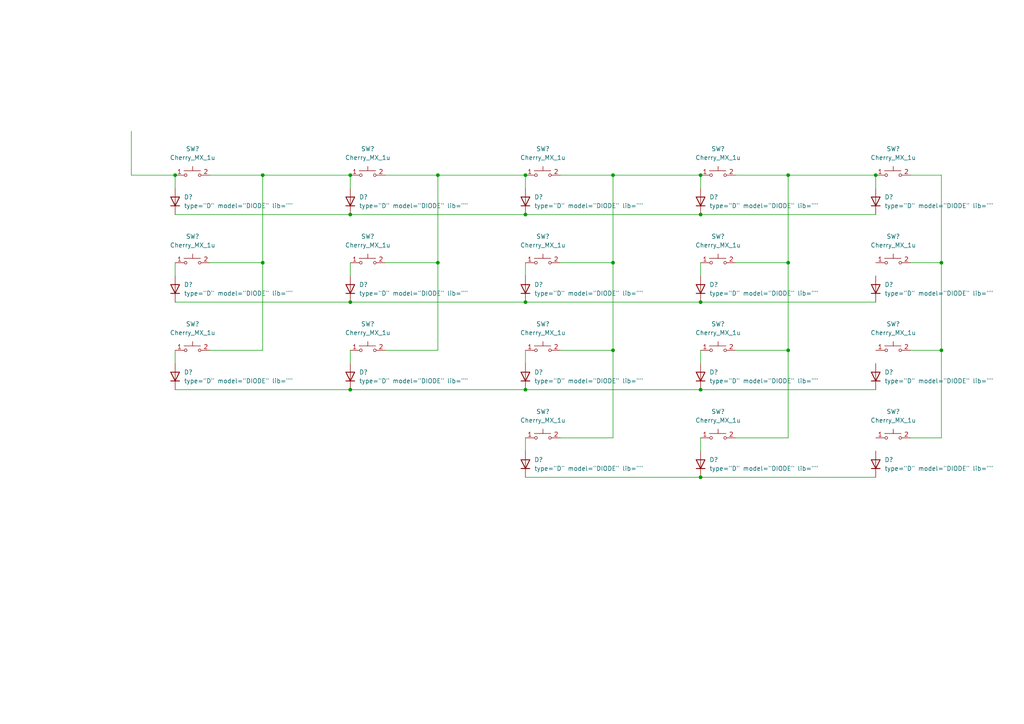
<source format=kicad_sch>
(kicad_sch (version 20211123) (generator eeschema)
  (paper "A4")
  (lib_symbols
    (symbol "Simulation_SPICE:DIODE" (pin_numbers hide) (pin_names (offset 1.016) hide)
      (property "Reference" "D" (at 0 2.54 0))
      (property "Value" "DIODE" (at 0 -2.54 0))
      (symbol "DIODE_0_1"
        (polyline (pts (xy 1.27 0) (xy -1.27 0)))
        (polyline (pts (xy 1.27 1.27) (xy 1.27 -1.27)) (stroke (width 0.254)))
        (polyline (pts (xy -1.27 -1.27) (xy -1.27 1.27) (xy 1.27 0) (xy -1.27 -1.27)) (stroke (width 0.254)))
      )
      (symbol "DIODE_1_1"
        (pin passive line (at -3.81 0 0) (length 2.54) (name "A") (number "1"))
        (pin passive line (at 3.81 0 180) (length 2.54) (name "K") (number "2"))
      )
    )
    (symbol "cherry_mx:Cherry_MX_1u"
      (property "Reference" "SW" (at 0 3.81 0))
      (property "Value" "Cherry_MX_1u" (at 0 -3.81 0))
      (symbol "Cherry_MX_1u_0_1"
        (circle (center -2.032 0) (radius 0.3885))
        (polyline (pts (xy -2.54 1.27) (xy 2.286 1.27)))
        (polyline (pts (xy 0 1.27) (xy 0 2.54)))
        (circle (center 2.032 0) (radius 0.381))
      )
      (symbol "Cherry_MX_1u_1_1"
        (pin passive line (at -5.08 0 0) (length 2.54) (name "") (number "1"))
        (pin passive line (at 5.08 0 180) (length 2.54) (name "") (number "2"))
      )
    )
  )
  (junction (at 273.05 101.6))
  (junction (at 101.6 113.03))
  (junction (at 228.6 50.8))
  (junction (at 101.6 50.8))
  (junction (at 228.6 101.6))
  (junction (at 273.05 76.2))
  (junction (at 203.2 50.8))
  (junction (at 152.4 62.23))
  (junction (at 152.4 113.03))
  (junction (at 50.8 50.8))
  (junction (at 203.2 87.63))
  (junction (at 127 76.2))
  (junction (at 101.6 62.23))
  (junction (at 203.2 113.03))
  (junction (at 203.2 62.23))
  (junction (at 177.8 101.6))
  (junction (at 177.8 50.8))
  (junction (at 152.4 50.8))
  (junction (at 228.6 76.2))
  (junction (at 152.4 87.63))
  (junction (at 76.2 50.8))
  (junction (at 76.2 76.2))
  (junction (at 203.2 138.43))
  (junction (at 254 50.8))
  (junction (at 127 50.8))
  (junction (at 101.6 87.63))
  (junction (at 177.8 76.2))
  (wire (pts (xy 50.8 50.8) (xy 38.1 50.8)))
  (wire (pts (xy 228.6 127) (xy 213.36 127)))
  (wire (pts (xy 101.6 76.2) (xy 101.6 80.01)))
  (wire (pts (xy 127 50.8) (xy 127 76.2)))
  (wire (pts (xy 177.8 101.6) (xy 162.56 101.6)))
  (wire (pts (xy 203.2 62.23) (xy 254 62.23)))
  (wire (pts (xy 203.2 87.63) (xy 254 87.63)))
  (wire (pts (xy 101.6 101.6) (xy 101.6 105.41)))
  (wire (pts (xy 60.96 50.8) (xy 76.2 50.8)))
  (wire (pts (xy 152.4 127) (xy 152.4 130.81)))
  (wire (pts (xy 152.4 62.23) (xy 203.2 62.23)))
  (wire (pts (xy 228.6 101.6) (xy 228.6 127)))
  (wire (pts (xy 152.4 138.43) (xy 203.2 138.43)))
  (wire (pts (xy 152.4 101.6) (xy 152.4 105.41)))
  (wire (pts (xy 203.2 113.03) (xy 254 113.03)))
  (wire (pts (xy 264.16 76.2) (xy 273.05 76.2)))
  (wire (pts (xy 203.2 50.8) (xy 203.2 54.61)))
  (wire (pts (xy 273.05 50.8) (xy 273.05 76.2)))
  (wire (pts (xy 111.76 50.8) (xy 127 50.8)))
  (wire (pts (xy 127 76.2) (xy 127 101.6)))
  (wire (pts (xy 273.05 127) (xy 264.16 127)))
  (wire (pts (xy 152.4 113.03) (xy 203.2 113.03)))
  (wire (pts (xy 228.6 76.2) (xy 213.36 76.2)))
  (wire (pts (xy 101.6 62.23) (xy 152.4 62.23)))
  (wire (pts (xy 101.6 113.03) (xy 152.4 113.03)))
  (wire (pts (xy 273.05 101.6) (xy 273.05 127)))
  (wire (pts (xy 228.6 50.8) (xy 228.6 76.2)))
  (wire (pts (xy 203.2 138.43) (xy 254 138.43)))
  (wire (pts (xy 177.8 50.8) (xy 177.8 76.2)))
  (wire (pts (xy 50.8 113.03) (xy 101.6 113.03)))
  (wire (pts (xy 273.05 76.2) (xy 273.05 101.6)))
  (wire (pts (xy 228.6 50.8) (xy 254 50.8)))
  (wire (pts (xy 203.2 127) (xy 203.2 130.81)))
  (wire (pts (xy 127 50.8) (xy 152.4 50.8)))
  (wire (pts (xy 50.8 62.23) (xy 101.6 62.23)))
  (wire (pts (xy 254 50.8) (xy 254 54.61)))
  (wire (pts (xy 273.05 101.6) (xy 264.16 101.6)))
  (wire (pts (xy 76.2 76.2) (xy 76.2 101.6)))
  (wire (pts (xy 228.6 101.6) (xy 213.36 101.6)))
  (wire (pts (xy 76.2 50.8) (xy 101.6 50.8)))
  (wire (pts (xy 127 101.6) (xy 111.76 101.6)))
  (wire (pts (xy 177.8 76.2) (xy 162.56 76.2)))
  (wire (pts (xy 213.36 50.8) (xy 228.6 50.8)))
  (wire (pts (xy 152.4 76.2) (xy 152.4 80.01)))
  (wire (pts (xy 177.8 76.2) (xy 177.8 101.6)))
  (wire (pts (xy 127 76.2) (xy 111.76 76.2)))
  (wire (pts (xy 38.1 38.1) (xy 38.1 50.8)))
  (wire (pts (xy 177.8 101.6) (xy 177.8 127)))
  (wire (pts (xy 50.8 76.2) (xy 50.8 80.01)))
  (wire (pts (xy 50.8 50.8) (xy 50.8 54.61)))
  (wire (pts (xy 76.2 76.2) (xy 60.96 76.2)))
  (wire (pts (xy 101.6 50.8) (xy 101.6 54.61)))
  (wire (pts (xy 101.6 87.63) (xy 152.4 87.63)))
  (wire (pts (xy 152.4 87.63) (xy 203.2 87.63)))
  (wire (pts (xy 177.8 127) (xy 162.56 127)))
  (wire (pts (xy 76.2 101.6) (xy 60.96 101.6)))
  (wire (pts (xy 162.56 50.8) (xy 177.8 50.8)))
  (wire (pts (xy 228.6 76.2) (xy 228.6 101.6)))
  (wire (pts (xy 76.2 50.8) (xy 76.2 76.2)))
  (wire (pts (xy 203.2 76.2) (xy 203.2 80.01)))
  (wire (pts (xy 264.16 50.8) (xy 273.05 50.8)))
  (wire (pts (xy 203.2 101.6) (xy 203.2 105.41)))
  (wire (pts (xy 50.8 87.63) (xy 101.6 87.63)))
  (wire (pts (xy 50.8 101.6) (xy 50.8 105.41)))
  (wire (pts (xy 177.8 50.8) (xy 203.2 50.8)))
  (wire (pts (xy 152.4 50.8) (xy 152.4 54.61)))
  (symbol (lib_id "Simulation_SPICE:DIODE") (at 203.2 58.42 270) (unit 1)
    (property "Reference" "D?" (at 205.74 57.1499 90) (effects (justify left)))
    (property "Value" "DIODE" (at 205.74 59.6899 90) (effects (justify left)))
    (property "Spice_Netlist_Enabled" "Y" (effects hide))
    (property "Spice_Primitive" "D" (effects hide))
  )
  (symbol (lib_id "Simulation_SPICE:DIODE") (at 50.8 109.22 270) (unit 1)
    (property "Reference" "D?" (at 53.34 107.9499 90) (effects (justify left)))
    (property "Value" "DIODE" (at 53.34 110.4899 90) (effects (justify left)))
    (property "Spice_Netlist_Enabled" "Y" (effects hide))
    (property "Spice_Primitive" "D" (effects hide))
  )
  (symbol (lib_id "cherry_mx:Cherry_MX_1u") (at 55.88 101.6 0) (unit 1)
    (property "Reference" "SW?" (at 55.88 93.98 0))
    (property "Value" "Cherry_MX_1u" (at 55.88 96.52 0))
    (property "Footprint" "cherry_mx:SW_Cherry_MX_PCB_1.00u" (effects hide))
  )
  (symbol (lib_id "cherry_mx:Cherry_MX_1u") (at 259.08 101.6 0) (unit 1)
    (property "Reference" "SW?" (at 259.08 93.98 0))
    (property "Value" "Cherry_MX_1u" (at 259.08 96.52 0))
    (property "Footprint" "cherry_mx:SW_Cherry_MX_PCB_1.00u" (effects hide))
  )
  (symbol (lib_id "cherry_mx:Cherry_MX_1u") (at 259.08 127 0) (unit 1)
    (property "Reference" "SW?" (at 259.08 119.38 0))
    (property "Value" "Cherry_MX_1u" (at 259.08 121.92 0))
    (property "Footprint" "cherry_mx:SW_Cherry_MX_PCB_1.00u" (effects hide))
  )
  (symbol (lib_id "cherry_mx:Cherry_MX_1u") (at 208.28 127 0) (unit 1)
    (property "Reference" "SW?" (at 208.28 119.38 0))
    (property "Value" "Cherry_MX_1u" (at 208.28 121.92 0))
    (property "Footprint" "cherry_mx:SW_Cherry_MX_PCB_1.00u" (effects hide))
  )
  (symbol (lib_id "cherry_mx:Cherry_MX_1u") (at 106.68 76.2 0) (unit 1)
    (property "Reference" "SW?" (at 106.68 68.58 0))
    (property "Value" "Cherry_MX_1u" (at 106.68 71.12 0))
    (property "Footprint" "cherry_mx:SW_Cherry_MX_PCB_1.00u" (effects hide))
  )
  (symbol (lib_id "Simulation_SPICE:DIODE") (at 254 83.82 270) (unit 1)
    (property "Reference" "D?" (at 256.54 82.5499 90) (effects (justify left)))
    (property "Value" "DIODE" (at 256.54 85.0899 90) (effects (justify left)))
    (property "Spice_Netlist_Enabled" "Y" (effects hide))
    (property "Spice_Primitive" "D" (effects hide))
  )
  (symbol (lib_id "Simulation_SPICE:DIODE") (at 101.6 109.22 270) (unit 1)
    (property "Reference" "D?" (at 104.14 107.9499 90) (effects (justify left)))
    (property "Value" "DIODE" (at 104.14 110.4899 90) (effects (justify left)))
    (property "Spice_Netlist_Enabled" "Y" (effects hide))
    (property "Spice_Primitive" "D" (effects hide))
  )
  (symbol (lib_id "cherry_mx:Cherry_MX_1u") (at 157.48 101.6 0) (unit 1)
    (property "Reference" "SW?" (at 157.48 93.98 0))
    (property "Value" "Cherry_MX_1u" (at 157.48 96.52 0))
    (property "Footprint" "cherry_mx:SW_Cherry_MX_PCB_1.00u" (effects hide))
  )
  (symbol (lib_id "Simulation_SPICE:DIODE") (at 50.8 83.82 270) (unit 1)
    (property "Reference" "D?" (at 53.34 82.5499 90) (effects (justify left)))
    (property "Value" "DIODE" (at 53.34 85.0899 90) (effects (justify left)))
    (property "Spice_Netlist_Enabled" "Y" (effects hide))
    (property "Spice_Primitive" "D" (effects hide))
  )
  (symbol (lib_id "Simulation_SPICE:DIODE") (at 203.2 109.22 270) (unit 1)
    (property "Reference" "D?" (at 205.74 107.9499 90) (effects (justify left)))
    (property "Value" "DIODE" (at 205.74 110.4899 90) (effects (justify left)))
    (property "Spice_Netlist_Enabled" "Y" (effects hide))
    (property "Spice_Primitive" "D" (effects hide))
  )
  (symbol (lib_id "Simulation_SPICE:DIODE") (at 50.8 58.42 270) (unit 1)
    (property "Reference" "D?" (at 53.34 57.1499 90) (effects (justify left)))
    (property "Value" "DIODE" (at 53.34 59.6899 90) (effects (justify left)))
    (property "Spice_Netlist_Enabled" "Y" (effects hide))
    (property "Spice_Primitive" "D" (effects hide))
  )
  (symbol (lib_id "cherry_mx:Cherry_MX_1u") (at 259.08 50.8 0) (unit 1)
    (property "Reference" "SW?" (at 259.08 43.18 0))
    (property "Value" "Cherry_MX_1u" (at 259.08 45.72 0))
    (property "Footprint" "cherry_mx:SW_Cherry_MX_PCB_1.00u" (effects hide))
  )
  (symbol (lib_id "cherry_mx:Cherry_MX_1u") (at 106.68 101.6 0) (unit 1)
    (property "Reference" "SW?" (at 106.68 93.98 0))
    (property "Value" "Cherry_MX_1u" (at 106.68 96.52 0))
    (property "Footprint" "cherry_mx:SW_Cherry_MX_PCB_1.00u" (effects hide))
  )
  (symbol (lib_id "cherry_mx:Cherry_MX_1u") (at 157.48 76.2 0) (unit 1)
    (property "Reference" "SW?" (at 157.48 68.58 0))
    (property "Value" "Cherry_MX_1u" (at 157.48 71.12 0))
    (property "Footprint" "cherry_mx:SW_Cherry_MX_PCB_1.00u" (effects hide))
  )
  (symbol (lib_id "cherry_mx:Cherry_MX_1u") (at 106.68 50.8 0) (unit 1)
    (property "Reference" "SW?" (at 106.68 43.18 0))
    (property "Value" "Cherry_MX_1u" (at 106.68 45.72 0))
    (property "Footprint" "cherry_mx:SW_Cherry_MX_PCB_1.00u" (effects hide))
  )
  (symbol (lib_id "Simulation_SPICE:DIODE") (at 254 109.22 270) (unit 1)
    (property "Reference" "D?" (at 256.54 107.9499 90) (effects (justify left)))
    (property "Value" "DIODE" (at 256.54 110.4899 90) (effects (justify left)))
    (property "Spice_Netlist_Enabled" "Y" (effects hide))
    (property "Spice_Primitive" "D" (effects hide))
  )
  (symbol (lib_id "cherry_mx:Cherry_MX_1u") (at 157.48 127 0) (unit 1)
    (property "Reference" "SW?" (at 157.48 119.38 0))
    (property "Value" "Cherry_MX_1u" (at 157.48 121.92 0))
    (property "Footprint" "cherry_mx:SW_Cherry_MX_PCB_1.00u" (effects hide))
  )
  (symbol (lib_id "cherry_mx:Cherry_MX_1u") (at 208.28 50.8 0) (unit 1)
    (property "Reference" "SW?" (at 208.28 43.18 0))
    (property "Value" "Cherry_MX_1u" (at 208.28 45.72 0))
    (property "Footprint" "cherry_mx:SW_Cherry_MX_PCB_1.00u" (effects hide))
  )
  (symbol (lib_id "cherry_mx:Cherry_MX_1u") (at 259.08 76.2 0) (unit 1)
    (property "Reference" "SW?" (at 259.08 68.58 0))
    (property "Value" "Cherry_MX_1u" (at 259.08 71.12 0))
    (property "Footprint" "cherry_mx:SW_Cherry_MX_PCB_1.00u" (effects hide))
  )
  (symbol (lib_id "Simulation_SPICE:DIODE") (at 152.4 134.62 270) (unit 1)
    (property "Reference" "D?" (at 154.94 133.3499 90) (effects (justify left)))
    (property "Value" "DIODE" (at 154.94 135.8899 90) (effects (justify left)))
    (property "Spice_Netlist_Enabled" "Y" (effects hide))
    (property "Spice_Primitive" "D" (effects hide))
  )
  (symbol (lib_id "Simulation_SPICE:DIODE") (at 152.4 83.82 270) (unit 1)
    (property "Reference" "D?" (at 154.94 82.5499 90) (effects (justify left)))
    (property "Value" "DIODE" (at 154.94 85.0899 90) (effects (justify left)))
    (property "Spice_Netlist_Enabled" "Y" (effects hide))
    (property "Spice_Primitive" "D" (effects hide))
  )
  (symbol (lib_id "cherry_mx:Cherry_MX_1u") (at 157.48 50.8 0) (unit 1)
    (property "Reference" "SW?" (at 157.48 43.18 0))
    (property "Value" "Cherry_MX_1u" (at 157.48 45.72 0))
    (property "Footprint" "cherry_mx:SW_Cherry_MX_PCB_1.00u" (effects hide))
  )
  (symbol (lib_id "cherry_mx:Cherry_MX_1u") (at 208.28 76.2 0) (unit 1)
    (property "Reference" "SW?" (at 208.28 68.58 0))
    (property "Value" "Cherry_MX_1u" (at 208.28 71.12 0))
    (property "Footprint" "cherry_mx:SW_Cherry_MX_PCB_1.00u" (effects hide))
  )
  (symbol (lib_id "Simulation_SPICE:DIODE") (at 101.6 83.82 270) (unit 1)
    (property "Reference" "D?" (at 104.14 82.5499 90) (effects (justify left)))
    (property "Value" "DIODE" (at 104.14 85.0899 90) (effects (justify left)))
    (property "Spice_Netlist_Enabled" "Y" (effects hide))
    (property "Spice_Primitive" "D" (effects hide))
  )
  (symbol (lib_id "cherry_mx:Cherry_MX_1u") (at 55.88 50.8 0) (unit 1)
    (property "Reference" "SW?" (at 55.88 43.18 0))
    (property "Value" "Cherry_MX_1u" (at 55.88 45.72 0))
    (property "Footprint" "cherry_mx:SW_Cherry_MX_PCB_1.00u" (effects hide))
  )
  (symbol (lib_id "Simulation_SPICE:DIODE") (at 254 58.42 270) (unit 1)
    (property "Reference" "D?" (at 256.54 57.1499 90) (effects (justify left)))
    (property "Value" "DIODE" (at 256.54 59.6899 90) (effects (justify left)))
    (property "Spice_Netlist_Enabled" "Y" (effects hide))
    (property "Spice_Primitive" "D" (effects hide))
  )
  (symbol (lib_id "Simulation_SPICE:DIODE") (at 152.4 109.22 270) (unit 1)
    (property "Reference" "D?" (at 154.94 107.9499 90) (effects (justify left)))
    (property "Value" "DIODE" (at 154.94 110.4899 90) (effects (justify left)))
    (property "Spice_Netlist_Enabled" "Y" (effects hide))
    (property "Spice_Primitive" "D" (effects hide))
  )
  (symbol (lib_id "Simulation_SPICE:DIODE") (at 152.4 58.42 270) (unit 1)
    (property "Reference" "D?" (at 154.94 57.1499 90) (effects (justify left)))
    (property "Value" "DIODE" (at 154.94 59.6899 90) (effects (justify left)))
    (property "Spice_Netlist_Enabled" "Y" (effects hide))
    (property "Spice_Primitive" "D" (effects hide))
  )
  (symbol (lib_id "Simulation_SPICE:DIODE") (at 203.2 83.82 270) (unit 1)
    (property "Reference" "D?" (at 205.74 82.5499 90) (effects (justify left)))
    (property "Value" "DIODE" (at 205.74 85.0899 90) (effects (justify left)))
    (property "Spice_Netlist_Enabled" "Y" (effects hide))
    (property "Spice_Primitive" "D" (effects hide))
  )
  (symbol (lib_id "Simulation_SPICE:DIODE") (at 101.6 58.42 270) (unit 1)
    (property "Reference" "D?" (at 104.14 57.1499 90) (effects (justify left)))
    (property "Value" "DIODE" (at 104.14 59.6899 90) (effects (justify left)))
    (property "Spice_Netlist_Enabled" "Y" (effects hide))
    (property "Spice_Primitive" "D" (effects hide))
  )
  (symbol (lib_id "Simulation_SPICE:DIODE") (at 254 134.62 270) (unit 1)
    (property "Reference" "D?" (at 256.54 133.3499 90) (effects (justify left)))
    (property "Value" "DIODE" (at 256.54 135.8899 90) (effects (justify left)))
    (property "Spice_Netlist_Enabled" "Y" (effects hide))
    (property "Spice_Primitive" "D" (effects hide))
  )
  (symbol (lib_id "cherry_mx:Cherry_MX_1u") (at 55.88 76.2 0) (unit 1)
    (property "Reference" "SW?" (at 55.88 68.58 0))
    (property "Value" "Cherry_MX_1u" (at 55.88 71.12 0))
    (property "Footprint" "cherry_mx:SW_Cherry_MX_PCB_1.00u" (effects hide))
  )
  (symbol (lib_id "cherry_mx:Cherry_MX_1u") (at 208.28 101.6 0) (unit 1)
    (property "Reference" "SW?" (at 208.28 93.98 0))
    (property "Value" "Cherry_MX_1u" (at 208.28 96.52 0))
    (property "Footprint" "cherry_mx:SW_Cherry_MX_PCB_1.00u" (effects hide))
  )
  (symbol (lib_id "Simulation_SPICE:DIODE") (at 203.2 134.62 270) (unit 1)
    (property "Reference" "D?" (at 205.74 133.3499 90) (effects (justify left)))
    (property "Value" "DIODE" (at 205.74 135.8899 90) (effects (justify left)))
    (property "Spice_Netlist_Enabled" "Y" (effects hide))
    (property "Spice_Primitive" "D" (effects hide))
  )
)
</source>
